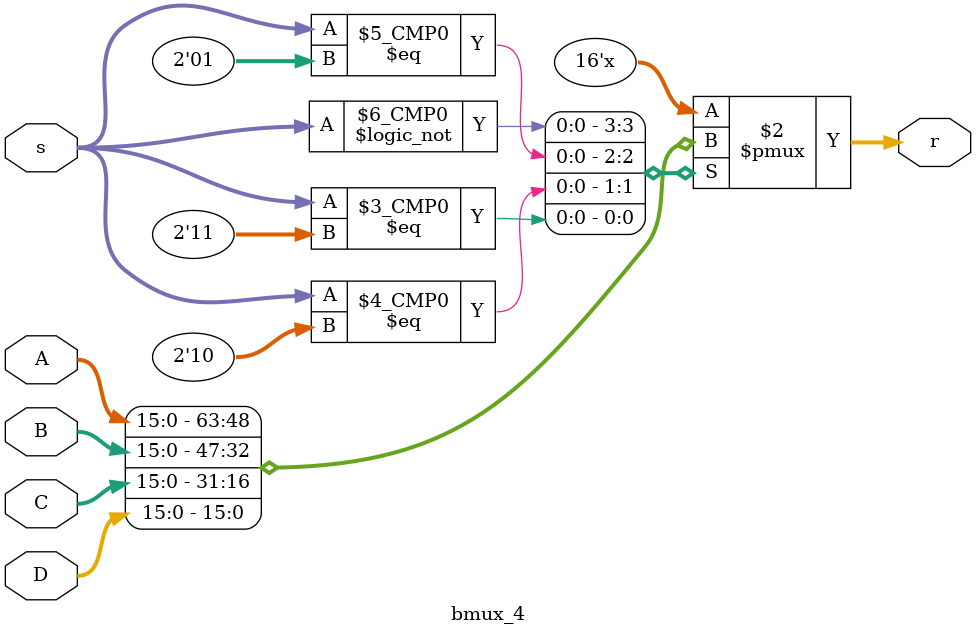
<source format=v>
`timescale 1ns / 1ps
module bmux_4(
    input [1:0] s,
    input [15:0] A,
    input [15:0] B,
    input [15:0] C,
    input [15:0] D,
    output reg [15:0] r
    );
    
    always@(*) begin
        case(s)
            0: r = A;
            1: r = B;
            2: r = C;
            3: r = D;
        endcase
    end


endmodule

</source>
